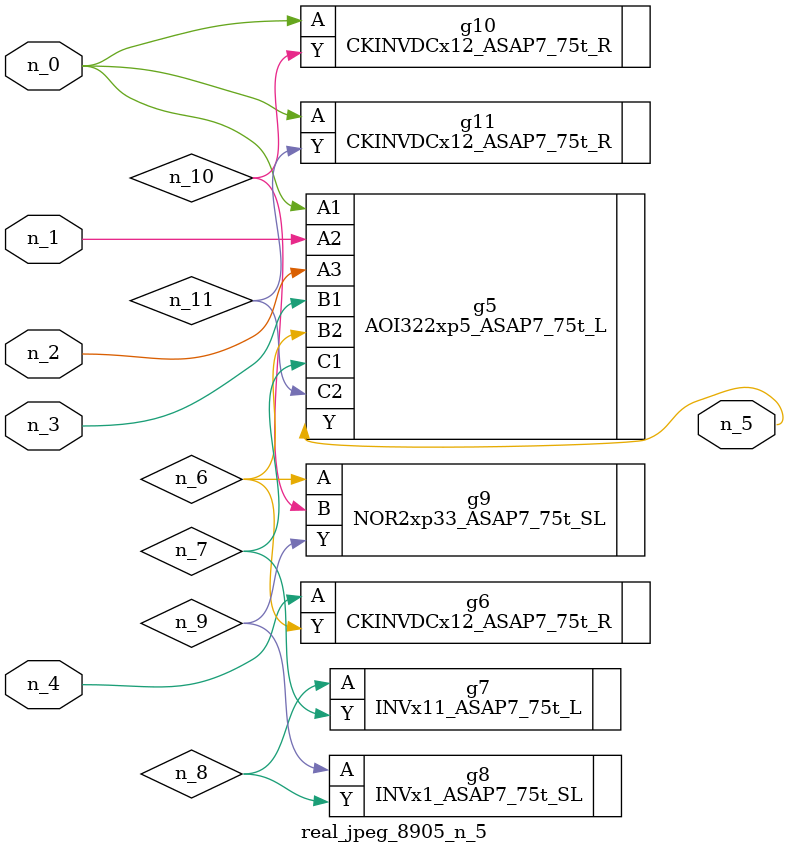
<source format=v>
module real_jpeg_8905_n_5 (n_4, n_0, n_1, n_2, n_3, n_5);

input n_4;
input n_0;
input n_1;
input n_2;
input n_3;

output n_5;

wire n_8;
wire n_11;
wire n_6;
wire n_7;
wire n_10;
wire n_9;

AOI322xp5_ASAP7_75t_L g5 ( 
.A1(n_0),
.A2(n_1),
.A3(n_2),
.B1(n_3),
.B2(n_6),
.C1(n_7),
.C2(n_11),
.Y(n_5)
);

CKINVDCx12_ASAP7_75t_R g10 ( 
.A(n_0),
.Y(n_10)
);

CKINVDCx12_ASAP7_75t_R g11 ( 
.A(n_0),
.Y(n_11)
);

CKINVDCx12_ASAP7_75t_R g6 ( 
.A(n_4),
.Y(n_6)
);

NOR2xp33_ASAP7_75t_SL g9 ( 
.A(n_6),
.B(n_10),
.Y(n_9)
);

INVx11_ASAP7_75t_L g7 ( 
.A(n_8),
.Y(n_7)
);

INVx1_ASAP7_75t_SL g8 ( 
.A(n_9),
.Y(n_8)
);


endmodule
</source>
